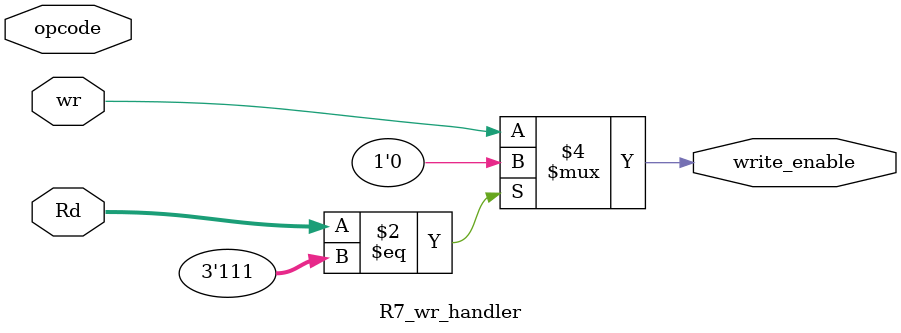
<source format=v>
module R7_wr_handler(opcode,Rd,wr,write_enable);
	input [2:0] Rd;
	input [3:0] opcode;
	input wr;
	output reg write_enable;
	
	always@(*)
	begin
		if(Rd==3'b111)
			write_enable=1'b0;
		else
			write_enable=wr;
	end

endmodule

</source>
